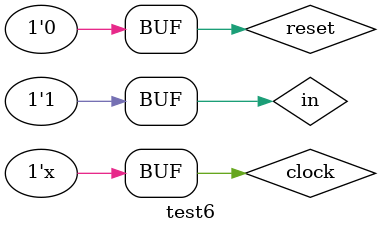
<source format=v>
module test6; 

reg clock, reset, in;
wire out;

  my_fsm U0 ( 
  .clock (clock),
  .reset (reset),
  .in    (in),
  .out  (out) 
  ); 
   
 
initial begin
  clock = 1;
  reset = 1;
  in = 0;
  $display("Starting simulation...");
  #2;
  reset = 0;
  #2;
  if (out !== 1'b0) $display("Failed 1"); 
  
  in = 0;
  #2;
  if (out !== 1'b0) $display("Failed 2");
  
  in = 1;  
  #2;
  if (out !== 1'b0) $display("Failed 3");
  
  in = 0;
  #2;
  if (out !== 1'b0) $display("Failed 4"); 
  
  in = 1;
  #2;
  if (out !== 1'b0) $display("Failed 5"); 
  
  #2; 
  if (out !== 1'b1) $display("Failed 6");  
  $display("Done...");
end 
  

always begin
   #1 clock = !clock;
end
   
endmodule
</source>
